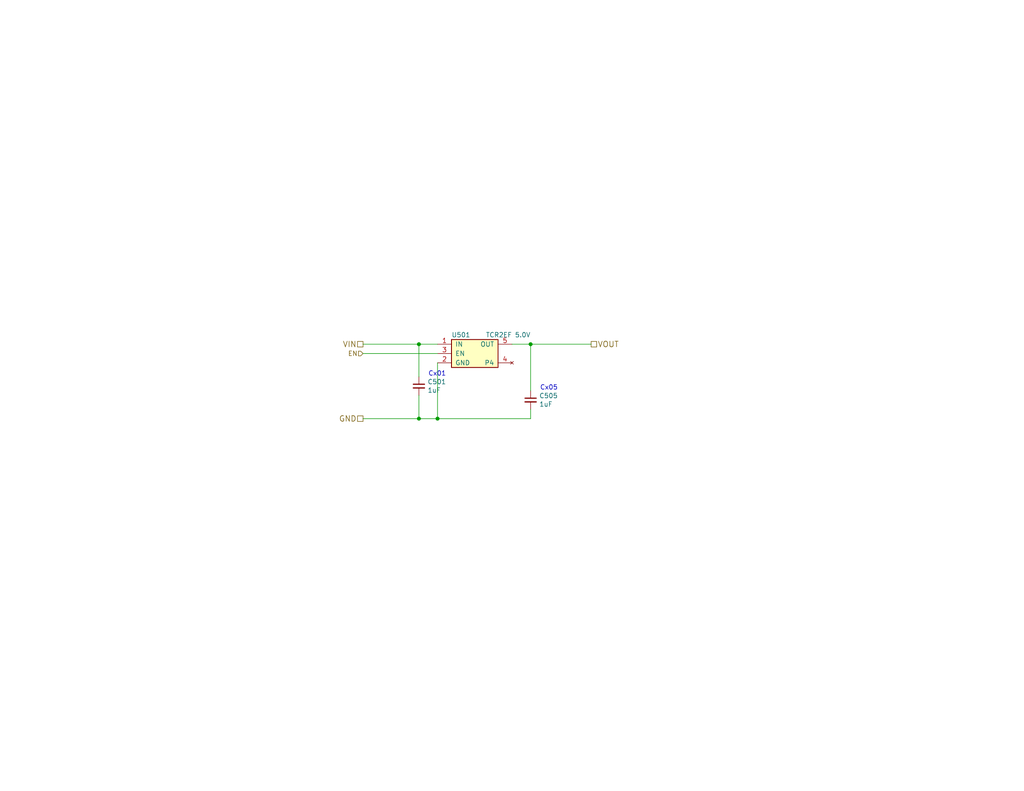
<source format=kicad_sch>
(kicad_sch (version 20230121) (generator eeschema)
  (paper "USLetter")
  (title_block (title "Rollercoasterometer") (date "2022-10-07") (company "Kwan Systems"))
  (lib_symbols
    (symbol "Device:C_Small" (pin_numbers hide) (pin_names (offset 0.254) hide)
      (property "Reference" "C" (at 0.254 1.778 0))
      (property "Value" "C_Small" (at 0.254 -2.032 0))
      (symbol "C_Small_0_1"
        (polyline (pts (xy -1.524 -0.508) (xy 1.524 -0.508)) (stroke (width 0.3302)))
        (polyline (pts (xy -1.524 0.508) (xy 1.524 0.508)) (stroke (width 0.3048)))
      )
      (symbol "C_Small_1_1"
        (pin passive line (at 0 2.54 270) (length 2.032) (name "~") (number "1"))
        (pin passive line (at 0 -2.54 90) (length 2.032) (name "~") (number "2"))
      )
    )
    (symbol "KwanSystems:ADP122" (pin_names (offset 1.016))
      (property "Reference" "U" (at -6.35 5.08 0))
      (property "Value" "ADP122" (at 15.24 5.08 0))
      (symbol "ADP122_0_1"
        (rectangle (start -6.35 3.81) (end 6.35 -3.81) (stroke (width 0.254)) (fill (type background)))
      )
      (symbol "ADP122_1_1"
        (pin power_in line (at -10.16 2.54 0) (length 3.81) (name "IN") (number "1"))
        (pin power_in line (at -10.16 -2.54 0) (length 3.81) (name "GND") (number "2"))
        (pin input line (at -10.16 0 0) (length 3.81) (name "EN") (number "3"))
        (pin no_connect line (at 10.16 -2.54 180) (length 3.81) (name "P4") (number "4"))
        (pin power_out line (at 10.16 2.54 180) (length 3.81) (name "OUT") (number "5"))
      )
    )
  )
  (junction (at 144.78 93.98))
  (junction (at 114.3 93.98))
  (junction (at 114.3 114.3))
  (junction (at 119.38 114.3))
  (wire (pts (xy 114.3 93.98) (xy 114.3 102.87)))
  (wire (pts (xy 99.06 114.3) (xy 114.3 114.3)))
  (wire (pts (xy 144.78 114.3) (xy 144.78 111.76)))
  (wire (pts (xy 119.38 99.06) (xy 119.38 114.3)))
  (wire (pts (xy 119.38 114.3) (xy 144.78 114.3)))
  (wire (pts (xy 114.3 93.98) (xy 119.38 93.98)))
  (wire (pts (xy 114.3 114.3) (xy 119.38 114.3)))
  (wire (pts (xy 99.06 93.98) (xy 114.3 93.98)))
  (wire (pts (xy 144.78 93.98) (xy 161.29 93.98)))
  (wire (pts (xy 99.06 96.52) (xy 119.38 96.52)))
  (wire (pts (xy 114.3 114.3) (xy 114.3 107.95)))
  (wire (pts (xy 144.78 93.98) (xy 139.7 93.98)))
  (wire (pts (xy 144.78 93.98) (xy 144.78 106.68)))
  (text "Cx01" (at 116.84 102.87 0) (effects (font (size 1.27 1.27)) (justify left bottom)))
  (text "Cx05" (at 147.32 106.68 0) (effects (font (size 1.27 1.27)) (justify left bottom)))
  (hierarchical_label "VOUT" (shape passive) (at 161.29 93.98 0) (effects (font (size 1.524 1.524))))
  (hierarchical_label "VIN" (shape passive) (at 99.06 93.98 180) (effects (font (size 1.524 1.524))))
  (hierarchical_label "GND" (shape passive) (at 99.06 114.3 180) (effects (font (size 1.524 1.524))))
  (hierarchical_label "EN" (shape input) (at 99.06 96.52 180))
  (symbol (lib_id "Device:C_Small") (at 114.3 105.41 0) (unit 1)
    (property "Reference" "C501" (at 116.6368 104.2416 0) (effects (justify left)))
    (property "Value" "1uF" (at 116.6368 106.553 0) (effects (justify left)))
    (property "Footprint" "Capacitor_SMD:C_0603_1608Metric" (effects hide))
    (property "Datasheet" "https://connect.kemet.com:7667/gateway/IntelliData-ComponentDocumentation/1.0/download/datasheet/C0603C105K4PACTU" (effects hide))
    (property "Digikey" "399-C0603C105K4PAC7411CT-ND" (effects hide))
    (property "Purpose" "1.8V Regulator Input" (effects hide))
    (property "Mouser" "80-C0603C105K4PAC" (effects hide))
    (property "Number on hand" "12" (effects hide))
    (property "Part Number" "C0603C105K4PAC" (effects hide))
    (instances (project "shipometer" (path "" (reference "C501") (unit 1))) (project "Naninator" (path "" (reference "C301") (unit 1)) (path "" (reference "C1") (unit 1))))
  )
  (symbol (lib_id "Device:C_Small") (at 144.78 109.22 0) (unit 1)
    (property "Reference" "C505" (at 147.1168 108.0516 0) (effects (justify left)))
    (property "Value" "1uF" (at 147.1168 110.363 0) (effects (justify left)))
    (property "Footprint" "Capacitor_SMD:C_0603_1608Metric" (effects hide))
    (property "Datasheet" "https://connect.kemet.com:7667/gateway/IntelliData-ComponentDocumentation/1.0/download/datasheet/C0603C105K4PACTU" (effects hide))
    (property "Digikey" "399-C0603C105K4PAC7411CT-ND" (effects hide))
    (property "Purpose" "1.8V Regulator output" (effects hide))
    (property "Dielectric" "X5R" (effects hide))
    (property "Max Voltage" "6.3V" (effects hide))
    (property "Precision" "10%" (effects hide))
    (property "Mouser" "80-C0603C105K4PAC" (effects hide))
    (property "Number on hand" "12" (effects hide))
    (property "Part Number" "C0603C105K4PAC" (effects hide))
    (instances (project "shipometer" (path "" (reference "C505") (unit 1))) (project "Naninator" (path "" (reference "C305") (unit 1)) (path "" (reference "C2") (unit 1))))
  )
  (symbol (lib_id "KwanSystems:ADP122") (at 129.54 96.52 0) (unit 1)
    (property "Reference" "U501" (at 123.19 91.44 0) (effects (justify left)))
    (property "Value" "TCR2EF 5.0V" (at 144.78 91.44 0) (effects (justify right)))
    (property "Footprint" "Package_TO_SOT_SMD:SOT-23-5" (effects hide))
    (property "Datasheet" "https://toshiba.semicon-storage.com/info/TCR2EF50_datasheet_en_20190620.pdf?did=13794&prodName=TCR2EF50" (effects hide))
    (property "Digikey" "TCR2EF50LM(CTCT-ND" (effects hide))
    (property "Purpose" "Regulator 3.3V->1.8V" (effects hide))
    (property "Mouser" "998-MIC5317-1.8YD5TR" (effects hide))
    (property "Number on hand" "2" (effects hide))
    (property "Part Number" "MIC5317-1.8YD5-TR" (effects hide))
    (instances (project "shipometer" (path "" (reference "U501") (unit 1))) (project "Naninator" (path "" (reference "U301") (unit 1)) (path "" (reference "U1") (unit 1))))
  )
)
</source>
